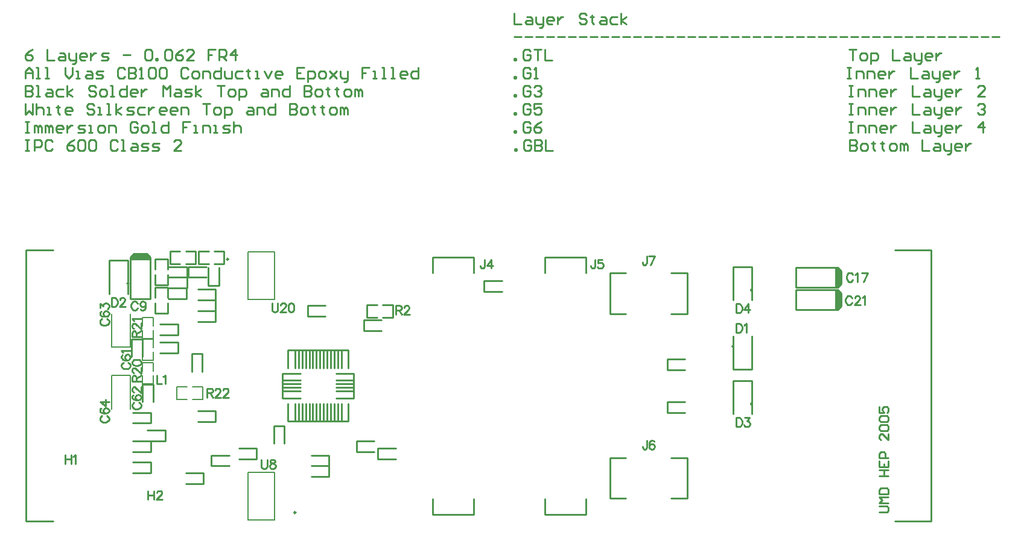
<source format=gto>
%FSLAX23Y23*%
%MOIN*%
G70*
G01*
G75*
G04 Layer_Color=65535*
%ADD10R,0.035X0.026*%
%ADD11R,0.026X0.035*%
%ADD12R,0.070X0.062*%
%ADD13R,0.069X0.138*%
%ADD14R,0.069X0.043*%
%ADD15R,0.069X0.043*%
%ADD16R,0.085X0.080*%
%ADD17R,0.080X0.085*%
%ADD18R,0.028X0.035*%
%ADD19R,0.071X0.063*%
%ADD20R,0.043X0.039*%
%ADD21R,0.029X0.115*%
%ADD22R,0.039X0.043*%
%ADD23R,0.115X0.029*%
%ADD24C,0.005*%
%ADD25C,0.008*%
%ADD26C,0.010*%
%ADD27C,0.012*%
%ADD28C,0.010*%
%ADD29C,0.018*%
%ADD30C,0.200*%
%ADD31C,0.050*%
%ADD32C,0.020*%
%ADD33R,0.071X0.071*%
%ADD34R,0.091X0.021*%
%ADD35C,0.014*%
%ADD36R,0.087X0.024*%
%ADD37R,0.087X0.024*%
%ADD38R,0.075X0.024*%
%ADD39R,0.091X0.021*%
%ADD40C,0.016*%
%ADD41C,0.006*%
%ADD42C,0.020*%
D25*
X-242Y-742D02*
Y-478D01*
X-388D02*
X-242D01*
X-388Y-742D02*
Y-478D01*
Y-742D02*
X-242D01*
X-970Y11D02*
Y58D01*
Y82D02*
Y129D01*
X-910Y11D02*
Y58D01*
Y82D02*
Y129D01*
X-970Y11D02*
X-910D01*
X-970Y129D02*
X-910D01*
X-1141Y213D02*
Y398D01*
X-1039Y213D02*
Y398D01*
X-1141Y213D02*
X-1039D01*
Y-128D02*
Y57D01*
X-1141Y-128D02*
Y57D01*
X-1039D01*
X-970Y141D02*
Y188D01*
Y212D02*
Y259D01*
X-910Y141D02*
Y188D01*
Y212D02*
Y259D01*
X-970Y141D02*
X-910D01*
X-970Y259D02*
X-910D01*
X-970Y261D02*
Y308D01*
Y332D02*
Y379D01*
X-910Y261D02*
Y308D01*
Y332D02*
Y379D01*
X-970Y261D02*
X-910D01*
X-970Y379D02*
X-910D01*
X-780Y-4D02*
X-724D01*
X-693D02*
X-638D01*
X-780Y-75D02*
X-724D01*
X-693D02*
X-638D01*
X-780D02*
Y-4D01*
X-638Y-75D02*
Y-4D01*
X-388Y742D02*
X-242D01*
Y478D02*
Y742D01*
X-388Y478D02*
X-242D01*
X-388D02*
Y742D01*
D26*
X-124Y-701D02*
G03*
X-124Y-701I-5J0D01*
G01*
X-496Y701D02*
G03*
X-496Y701I-5J0D01*
G01*
X2308Y344D02*
Y295D01*
Y344D02*
X2324D01*
X2332Y342D01*
X2336Y337D01*
X2339Y333D01*
X2341Y326D01*
Y314D01*
X2339Y307D01*
X2336Y302D01*
X2332Y298D01*
X2324Y295D01*
X2308D01*
X2352Y335D02*
X2357Y337D01*
X2364Y344D01*
Y295D01*
X2949Y485D02*
X2946Y490D01*
X2942Y495D01*
X2937Y497D01*
X2927D01*
X2923Y495D01*
X2918Y490D01*
X2916Y485D01*
X2913Y478D01*
Y467D01*
X2916Y460D01*
X2918Y455D01*
X2923Y450D01*
X2927Y448D01*
X2937D01*
X2942Y450D01*
X2946Y455D01*
X2949Y460D01*
X2965Y485D02*
Y488D01*
X2967Y492D01*
X2969Y495D01*
X2974Y497D01*
X2983D01*
X2988Y495D01*
X2990Y492D01*
X2993Y488D01*
Y483D01*
X2990Y478D01*
X2986Y471D01*
X2962Y448D01*
X2995D01*
X3006Y488D02*
X3011Y490D01*
X3018Y497D01*
Y448D01*
X-1029Y271D02*
X-979D01*
X-1029D02*
Y292D01*
X-1026Y299D01*
X-1024Y301D01*
X-1019Y303D01*
X-1014D01*
X-1010Y301D01*
X-1007Y299D01*
X-1005Y292D01*
Y271D01*
Y287D02*
X-979Y303D01*
X-1017Y317D02*
X-1019D01*
X-1024Y319D01*
X-1026Y322D01*
X-1029Y326D01*
Y336D01*
X-1026Y340D01*
X-1024Y343D01*
X-1019Y345D01*
X-1014D01*
X-1010Y343D01*
X-1003Y338D01*
X-979Y314D01*
Y347D01*
X-1019Y358D02*
X-1022Y363D01*
X-1029Y370D01*
X-979D01*
X-1029Y25D02*
X-979D01*
X-1029D02*
Y46D01*
X-1026Y53D01*
X-1024Y55D01*
X-1019Y57D01*
X-1014D01*
X-1010Y55D01*
X-1007Y53D01*
X-1005Y46D01*
Y25D01*
Y41D02*
X-979Y57D01*
X-1017Y71D02*
X-1019D01*
X-1024Y73D01*
X-1026Y75D01*
X-1029Y80D01*
Y90D01*
X-1026Y94D01*
X-1024Y97D01*
X-1019Y99D01*
X-1014D01*
X-1010Y97D01*
X-1003Y92D01*
X-979Y68D01*
Y101D01*
X-1029Y126D02*
X-1026Y119D01*
X-1019Y115D01*
X-1007Y112D01*
X-1000D01*
X-989Y115D01*
X-982Y119D01*
X-979Y126D01*
Y131D01*
X-982Y138D01*
X-989Y143D01*
X-1000Y145D01*
X-1007D01*
X-1019Y143D01*
X-1026Y138D01*
X-1029Y131D01*
Y126D01*
X-891Y59D02*
Y10D01*
X-863D01*
X-857Y50D02*
X-853Y52D01*
X-846Y59D01*
Y10D01*
X428Y443D02*
Y394D01*
Y443D02*
X449D01*
X456Y441D01*
X459Y438D01*
X461Y434D01*
Y429D01*
X459Y424D01*
X456Y422D01*
X449Y419D01*
X428D01*
X445D02*
X461Y394D01*
X474Y431D02*
Y434D01*
X477Y438D01*
X479Y441D01*
X484Y443D01*
X493D01*
X498Y441D01*
X500Y438D01*
X502Y434D01*
Y429D01*
X500Y424D01*
X495Y417D01*
X472Y394D01*
X505D01*
X2308Y453D02*
Y404D01*
Y453D02*
X2324D01*
X2332Y450D01*
X2336Y446D01*
X2339Y441D01*
X2341Y434D01*
Y422D01*
X2339Y415D01*
X2336Y411D01*
X2332Y406D01*
X2324Y404D01*
X2308D01*
X2375Y453D02*
X2352Y420D01*
X2387D01*
X2375Y453D02*
Y404D01*
X2308Y-177D02*
Y-226D01*
Y-177D02*
X2324D01*
X2332Y-180D01*
X2336Y-184D01*
X2339Y-189D01*
X2341Y-196D01*
Y-208D01*
X2339Y-215D01*
X2336Y-219D01*
X2332Y-224D01*
X2324Y-226D01*
X2308D01*
X2357Y-177D02*
X2382D01*
X2368Y-196D01*
X2375D01*
X2380Y-198D01*
X2382Y-201D01*
X2385Y-208D01*
Y-212D01*
X2382Y-219D01*
X2378Y-224D01*
X2371Y-226D01*
X2364D01*
X2357Y-224D01*
X2354Y-222D01*
X2352Y-217D01*
X-1142Y487D02*
Y438D01*
Y487D02*
X-1125D01*
X-1118Y485D01*
X-1114Y480D01*
X-1111Y475D01*
X-1109Y468D01*
Y457D01*
X-1111Y450D01*
X-1114Y445D01*
X-1118Y440D01*
X-1125Y438D01*
X-1142D01*
X-1096Y475D02*
Y478D01*
X-1093Y483D01*
X-1091Y485D01*
X-1086Y487D01*
X-1077D01*
X-1072Y485D01*
X-1070Y483D01*
X-1067Y478D01*
Y473D01*
X-1070Y468D01*
X-1074Y461D01*
X-1098Y438D01*
X-1065D01*
X-940Y-581D02*
Y-630D01*
X-907Y-581D02*
Y-630D01*
X-940Y-604D02*
X-907D01*
X-891Y-592D02*
Y-590D01*
X-889Y-585D01*
X-887Y-583D01*
X-882Y-581D01*
X-872D01*
X-868Y-583D01*
X-865Y-585D01*
X-863Y-590D01*
Y-595D01*
X-865Y-599D01*
X-870Y-606D01*
X-894Y-630D01*
X-861D01*
X1814Y718D02*
Y681D01*
X1812Y674D01*
X1810Y671D01*
X1805Y669D01*
X1800D01*
X1796Y671D01*
X1793Y674D01*
X1791Y681D01*
Y685D01*
X1860Y718D02*
X1836Y669D01*
X1827Y718D02*
X1860D01*
X1529Y699D02*
Y661D01*
X1527Y654D01*
X1525Y652D01*
X1520Y650D01*
X1515D01*
X1511Y652D01*
X1508Y654D01*
X1506Y661D01*
Y666D01*
X1570Y699D02*
X1547D01*
X1544Y678D01*
X1547Y680D01*
X1554Y682D01*
X1561D01*
X1568Y680D01*
X1572Y675D01*
X1575Y668D01*
Y664D01*
X1572Y657D01*
X1568Y652D01*
X1561Y650D01*
X1554D01*
X1547Y652D01*
X1544Y654D01*
X1542Y659D01*
X919Y699D02*
Y661D01*
X917Y654D01*
X914Y652D01*
X910Y650D01*
X905D01*
X900Y652D01*
X898Y654D01*
X896Y661D01*
Y666D01*
X955Y699D02*
X932Y666D01*
X967D01*
X955Y699D02*
Y650D01*
X2953Y613D02*
X2951Y618D01*
X2946Y623D01*
X2942Y625D01*
X2932D01*
X2928Y623D01*
X2923Y618D01*
X2921Y613D01*
X2918Y606D01*
Y595D01*
X2921Y588D01*
X2923Y583D01*
X2928Y578D01*
X2932Y576D01*
X2942D01*
X2946Y578D01*
X2951Y583D01*
X2953Y588D01*
X2967Y616D02*
X2972Y618D01*
X2979Y625D01*
Y576D01*
X3036Y625D02*
X3013Y576D01*
X3003Y625D02*
X3036D01*
X-315Y-408D02*
Y-444D01*
X-313Y-451D01*
X-308Y-455D01*
X-301Y-458D01*
X-296D01*
X-289Y-455D01*
X-285Y-451D01*
X-282Y-444D01*
Y-408D01*
X-257D02*
X-264Y-411D01*
X-266Y-416D01*
Y-420D01*
X-264Y-425D01*
X-259Y-427D01*
X-250Y-430D01*
X-243Y-432D01*
X-238Y-437D01*
X-236Y-441D01*
Y-448D01*
X-238Y-453D01*
X-240Y-455D01*
X-247Y-458D01*
X-257D01*
X-264Y-455D01*
X-266Y-453D01*
X-269Y-448D01*
Y-441D01*
X-266Y-437D01*
X-262Y-432D01*
X-255Y-430D01*
X-245Y-427D01*
X-240Y-425D01*
X-238Y-420D01*
Y-416D01*
X-240Y-411D01*
X-247Y-408D01*
X-257D01*
X1815Y-302D02*
Y-339D01*
X1813Y-346D01*
X1811Y-349D01*
X1806Y-351D01*
X1801D01*
X1797Y-349D01*
X1794Y-346D01*
X1792Y-339D01*
Y-335D01*
X1856Y-309D02*
X1854Y-304D01*
X1847Y-302D01*
X1842D01*
X1835Y-304D01*
X1830Y-311D01*
X1828Y-323D01*
Y-335D01*
X1830Y-344D01*
X1835Y-349D01*
X1842Y-351D01*
X1845D01*
X1852Y-349D01*
X1856Y-344D01*
X1859Y-337D01*
Y-335D01*
X1856Y-328D01*
X1852Y-323D01*
X1845Y-321D01*
X1842D01*
X1835Y-323D01*
X1830Y-328D01*
X1828Y-335D01*
X-1017Y-93D02*
X-1022Y-95D01*
X-1026Y-100D01*
X-1029Y-105D01*
Y-114D01*
X-1026Y-119D01*
X-1022Y-123D01*
X-1017Y-126D01*
X-1010Y-128D01*
X-998D01*
X-991Y-126D01*
X-986Y-123D01*
X-982Y-119D01*
X-979Y-114D01*
Y-105D01*
X-982Y-100D01*
X-986Y-95D01*
X-991Y-93D01*
X-1022Y-51D02*
X-1026Y-53D01*
X-1029Y-60D01*
Y-65D01*
X-1026Y-72D01*
X-1019Y-77D01*
X-1007Y-79D01*
X-996D01*
X-986Y-77D01*
X-982Y-72D01*
X-979Y-65D01*
Y-63D01*
X-982Y-56D01*
X-986Y-51D01*
X-993Y-49D01*
X-996D01*
X-1003Y-51D01*
X-1007Y-56D01*
X-1010Y-63D01*
Y-65D01*
X-1007Y-72D01*
X-1003Y-77D01*
X-996Y-79D01*
X-1017Y-35D02*
X-1019D01*
X-1024Y-33D01*
X-1026Y-31D01*
X-1029Y-26D01*
Y-17D01*
X-1026Y-12D01*
X-1024Y-10D01*
X-1019Y-7D01*
X-1014D01*
X-1010Y-10D01*
X-1003Y-14D01*
X-979Y-38D01*
Y-5D01*
X-1076Y129D02*
X-1081Y126D01*
X-1085Y122D01*
X-1088Y117D01*
Y108D01*
X-1085Y103D01*
X-1081Y98D01*
X-1076Y96D01*
X-1069Y94D01*
X-1057D01*
X-1050Y96D01*
X-1045Y98D01*
X-1041Y103D01*
X-1038Y108D01*
Y117D01*
X-1041Y122D01*
X-1045Y126D01*
X-1050Y129D01*
X-1081Y171D02*
X-1085Y168D01*
X-1088Y161D01*
Y157D01*
X-1085Y150D01*
X-1078Y145D01*
X-1067Y142D01*
X-1055D01*
X-1045Y145D01*
X-1041Y150D01*
X-1038Y157D01*
Y159D01*
X-1041Y166D01*
X-1045Y171D01*
X-1052Y173D01*
X-1055D01*
X-1062Y171D01*
X-1067Y166D01*
X-1069Y159D01*
Y157D01*
X-1067Y150D01*
X-1062Y145D01*
X-1055Y142D01*
X-1078Y184D02*
X-1081Y188D01*
X-1088Y195D01*
X-1038D01*
X-1194Y370D02*
X-1199Y367D01*
X-1203Y363D01*
X-1206Y358D01*
Y349D01*
X-1203Y344D01*
X-1199Y339D01*
X-1194Y337D01*
X-1187Y335D01*
X-1175D01*
X-1168Y337D01*
X-1164Y339D01*
X-1159Y344D01*
X-1156Y349D01*
Y358D01*
X-1159Y363D01*
X-1164Y367D01*
X-1168Y370D01*
X-1199Y412D02*
X-1203Y409D01*
X-1206Y402D01*
Y398D01*
X-1203Y391D01*
X-1196Y386D01*
X-1185Y384D01*
X-1173D01*
X-1164Y386D01*
X-1159Y391D01*
X-1156Y398D01*
Y400D01*
X-1159Y407D01*
X-1164Y412D01*
X-1171Y414D01*
X-1173D01*
X-1180Y412D01*
X-1185Y407D01*
X-1187Y400D01*
Y398D01*
X-1185Y391D01*
X-1180Y386D01*
X-1173Y384D01*
X-1206Y430D02*
Y455D01*
X-1187Y441D01*
Y448D01*
X-1185Y453D01*
X-1182Y455D01*
X-1175Y458D01*
X-1171D01*
X-1164Y455D01*
X-1159Y451D01*
X-1156Y444D01*
Y437D01*
X-1159Y430D01*
X-1161Y427D01*
X-1166Y425D01*
X-1194Y-167D02*
X-1199Y-169D01*
X-1203Y-174D01*
X-1206Y-178D01*
Y-188D01*
X-1203Y-192D01*
X-1199Y-197D01*
X-1194Y-199D01*
X-1187Y-202D01*
X-1175D01*
X-1168Y-199D01*
X-1164Y-197D01*
X-1159Y-192D01*
X-1156Y-188D01*
Y-178D01*
X-1159Y-174D01*
X-1164Y-169D01*
X-1168Y-167D01*
X-1199Y-125D02*
X-1203Y-127D01*
X-1206Y-134D01*
Y-139D01*
X-1203Y-146D01*
X-1196Y-150D01*
X-1185Y-153D01*
X-1173D01*
X-1164Y-150D01*
X-1159Y-146D01*
X-1156Y-139D01*
Y-136D01*
X-1159Y-129D01*
X-1164Y-125D01*
X-1171Y-122D01*
X-1173D01*
X-1180Y-125D01*
X-1185Y-129D01*
X-1187Y-136D01*
Y-139D01*
X-1185Y-146D01*
X-1180Y-150D01*
X-1173Y-153D01*
X-1206Y-88D02*
X-1173Y-112D01*
Y-76D01*
X-1206Y-88D02*
X-1156D01*
X-615Y-15D02*
Y-64D01*
Y-15D02*
X-594D01*
X-587Y-17D01*
X-585Y-19D01*
X-582Y-24D01*
Y-29D01*
X-585Y-34D01*
X-587Y-36D01*
X-594Y-38D01*
X-615D01*
X-599D02*
X-582Y-64D01*
X-569Y-26D02*
Y-24D01*
X-567Y-19D01*
X-564Y-17D01*
X-560Y-15D01*
X-550D01*
X-546Y-17D01*
X-543Y-19D01*
X-541Y-24D01*
Y-29D01*
X-543Y-34D01*
X-548Y-41D01*
X-571Y-64D01*
X-539D01*
X-525Y-26D02*
Y-24D01*
X-523Y-19D01*
X-521Y-17D01*
X-516Y-15D01*
X-506D01*
X-502Y-17D01*
X-499Y-19D01*
X-497Y-24D01*
Y-29D01*
X-499Y-34D01*
X-504Y-41D01*
X-528Y-64D01*
X-495D01*
X-1399Y-383D02*
Y-432D01*
X-1366Y-383D02*
Y-432D01*
X-1399Y-406D02*
X-1366D01*
X-1353Y-392D02*
X-1348Y-390D01*
X-1341Y-383D01*
Y-432D01*
X-998Y456D02*
X-1001Y460D01*
X-1005Y465D01*
X-1010Y468D01*
X-1019D01*
X-1024Y465D01*
X-1029Y460D01*
X-1031Y456D01*
X-1033Y449D01*
Y437D01*
X-1031Y430D01*
X-1029Y425D01*
X-1024Y421D01*
X-1019Y418D01*
X-1010D01*
X-1005Y421D01*
X-1001Y425D01*
X-998Y430D01*
X-954Y451D02*
X-956Y444D01*
X-961Y439D01*
X-968Y437D01*
X-970D01*
X-977Y439D01*
X-982Y444D01*
X-984Y451D01*
Y453D01*
X-982Y460D01*
X-977Y465D01*
X-970Y468D01*
X-968D01*
X-961Y465D01*
X-956Y460D01*
X-954Y451D01*
Y439D01*
X-956Y428D01*
X-961Y421D01*
X-968Y418D01*
X-973D01*
X-980Y421D01*
X-982Y425D01*
X-256Y458D02*
Y423D01*
X-254Y415D01*
X-249Y411D01*
X-242Y408D01*
X-237D01*
X-230Y411D01*
X-225Y415D01*
X-223Y423D01*
Y458D01*
X-207Y446D02*
Y448D01*
X-205Y453D01*
X-202Y455D01*
X-198Y458D01*
X-188D01*
X-184Y455D01*
X-181Y453D01*
X-179Y448D01*
Y444D01*
X-181Y439D01*
X-186Y432D01*
X-210Y408D01*
X-177D01*
X-152Y458D02*
X-159Y455D01*
X-163Y448D01*
X-166Y437D01*
Y430D01*
X-163Y418D01*
X-159Y411D01*
X-152Y408D01*
X-147D01*
X-140Y411D01*
X-135Y418D01*
X-133Y430D01*
Y437D01*
X-135Y448D01*
X-140Y455D01*
X-147Y458D01*
X-152D01*
D28*
X2296Y218D02*
G03*
X2296Y218I-5J0D01*
G01*
X-1046Y566D02*
G03*
X-1046Y566I-5J0D01*
G01*
X2399Y530D02*
G03*
X2399Y530I-5J0D01*
G01*
X2399Y-100D02*
G03*
X2399Y-100I-5J0D01*
G01*
X-724Y600D02*
Y659D01*
X-823D02*
X-724D01*
X-823Y600D02*
X-724D01*
X-717Y659D02*
X-618D01*
X-717Y600D02*
X-618D01*
X-717D02*
Y659D01*
X-567Y415D02*
Y474D01*
X-665D02*
X-567D01*
X-665Y415D02*
X-567D01*
X-970Y161D02*
Y259D01*
X-1030Y161D02*
Y259D01*
X-970D01*
X-970Y9D02*
X-910D01*
X-970Y-89D02*
Y9D01*
X-910Y-89D02*
Y9D01*
X98Y-30D02*
X197D01*
X98Y30D02*
X197D01*
Y-30D02*
Y30D01*
X30Y197D02*
X89D01*
X30Y98D02*
Y197D01*
X89Y98D02*
Y197D01*
X-39Y-443D02*
X59D01*
X-39Y-384D02*
X59D01*
Y-443D02*
Y-384D01*
X-340Y-404D02*
Y-344D01*
X-438D02*
X-340D01*
X-438Y-404D02*
X-340D01*
X-49Y-197D02*
Y-98D01*
X10Y-197D02*
Y-98D01*
X-49Y-197D02*
X10D01*
X-128Y197D02*
X-69D01*
X-128Y98D02*
Y197D01*
X-69Y98D02*
Y197D01*
X-197Y69D02*
X-98D01*
X-197Y10D02*
X-98D01*
X-197D02*
Y69D01*
X-10Y-197D02*
X49D01*
Y-98D01*
X-10Y-197D02*
Y-98D01*
X98Y10D02*
X197D01*
X98Y69D02*
X197D01*
Y10D02*
Y69D01*
X-10Y197D02*
X49D01*
X-10Y98D02*
Y197D01*
X49Y98D02*
Y197D01*
X10Y98D02*
Y197D01*
X-49Y98D02*
Y197D01*
X10D01*
X-59Y384D02*
Y443D01*
Y384D02*
X39D01*
X-59Y443D02*
X39D01*
X-197Y30D02*
X-98D01*
X-197Y-30D02*
X-98D01*
X-197D02*
Y30D01*
X69Y-197D02*
X128D01*
Y-98D01*
X69Y-197D02*
Y-98D01*
X-197Y-10D02*
X-98D01*
X-197Y-69D02*
X-98D01*
X-197D02*
Y-10D01*
X30Y-197D02*
X89D01*
Y-98D01*
X30Y-197D02*
Y-98D01*
X128Y98D02*
Y197D01*
X69Y98D02*
Y197D01*
X128D01*
X-89Y-197D02*
X-30D01*
Y-98D01*
X-89Y-197D02*
Y-98D01*
X-30Y98D02*
Y197D01*
X-89Y98D02*
Y197D01*
X-30D01*
X197Y-69D02*
Y-10D01*
X98D02*
X197D01*
X98Y-69D02*
X197D01*
X329Y-344D02*
X428D01*
X329Y-404D02*
X428D01*
X329D02*
Y-344D01*
X-128Y-197D02*
X-69D01*
Y-98D01*
X-128Y-197D02*
Y-98D01*
X1929Y148D02*
X2027D01*
X1929Y89D02*
X2027D01*
X1929D02*
Y148D01*
Y-148D02*
Y-89D01*
Y-148D02*
X2027D01*
X1929Y-89D02*
X2027D01*
X916Y580D02*
X1014D01*
X916Y520D02*
X1014D01*
X916D02*
Y580D01*
X-246Y-222D02*
X-187D01*
X-246Y-320D02*
Y-222D01*
X-187Y-320D02*
Y-222D01*
X108Y-197D02*
Y-98D01*
X167Y-197D02*
Y-98D01*
X108Y-197D02*
X167D01*
X59Y-502D02*
Y-443D01*
X-39D02*
X59D01*
X-39Y-502D02*
X59D01*
X211Y-305D02*
X310D01*
X211Y-364D02*
X310D01*
X211D02*
Y-305D01*
X-167Y-197D02*
X-108D01*
Y-98D01*
X-167Y-197D02*
Y-98D01*
X167Y98D02*
Y197D01*
X108Y98D02*
Y197D01*
X167D01*
X-167D02*
X-108D01*
X-167Y98D02*
Y197D01*
X-108Y98D02*
Y197D01*
X-874Y180D02*
X-775D01*
X-874Y240D02*
X-775D01*
Y180D02*
Y240D01*
Y280D02*
Y340D01*
X-874D02*
X-775D01*
X-874Y280D02*
X-775D01*
X-823Y541D02*
X-724D01*
X-823Y600D02*
X-724D01*
Y541D02*
Y600D01*
X-567Y474D02*
Y533D01*
X-665D02*
X-567D01*
X-665Y474D02*
X-567D01*
X-827Y482D02*
X-728D01*
X-827Y541D02*
X-728D01*
Y482D02*
Y541D01*
X-608Y555D02*
X-549D01*
Y654D01*
X-608Y555D02*
Y654D01*
X-732Y-541D02*
X-634D01*
X-732Y-482D02*
X-634D01*
Y-541D02*
Y-482D01*
X-567Y-199D02*
Y-140D01*
X-665D02*
X-567D01*
X-665Y-199D02*
X-567D01*
X-1024Y-207D02*
X-925D01*
X-1024Y-148D02*
X-925D01*
Y-207D02*
Y-148D01*
Y-482D02*
Y-423D01*
X-1024D02*
X-925D01*
X-1024Y-482D02*
X-925D01*
X-945Y-305D02*
X-846D01*
X-945Y-246D02*
X-846D01*
Y-305D02*
Y-246D01*
X-699Y177D02*
X-640D01*
X-699Y79D02*
Y177D01*
X-640Y79D02*
Y177D01*
X-665Y356D02*
X-567D01*
X-665Y415D02*
X-567D01*
Y356D02*
Y415D01*
X-925Y-364D02*
Y-305D01*
X-1024D02*
X-925D01*
X-1024Y-364D02*
X-925D01*
X-591Y-384D02*
X-492D01*
X-591Y-443D02*
X-492D01*
X-591D02*
Y-384D01*
X251Y305D02*
Y364D01*
Y305D02*
X349D01*
X251Y364D02*
X349D01*
X2291Y90D02*
X2394D01*
Y275D01*
X2291Y90D02*
Y275D01*
X-1029Y721D02*
X-939D01*
X-1039Y711D02*
X-1019Y731D01*
X-949D01*
X-929Y711D01*
X-1039Y481D02*
X-929D01*
Y711D01*
X-1039D02*
X-929D01*
X-1039Y481D02*
Y711D01*
Y701D02*
X-929D01*
X2860Y420D02*
Y530D01*
X2640D02*
X2870D01*
Y420D02*
Y530D01*
X2640Y420D02*
X2870D01*
X2640D02*
Y530D01*
X2870Y420D02*
X2890Y440D01*
Y510D01*
X2870Y530D02*
X2890Y510D01*
X2880Y430D02*
Y520D01*
X2860Y545D02*
Y655D01*
X2640D02*
X2870D01*
Y545D02*
Y655D01*
X2640Y545D02*
X2870D01*
X2640D02*
Y655D01*
X2870Y545D02*
X2890Y565D01*
Y635D01*
X2870Y655D02*
X2890Y635D01*
X2880Y555D02*
Y645D01*
X-732Y673D02*
X-677D01*
X-819D02*
X-764D01*
X-732Y744D02*
X-677D01*
X-819D02*
X-764D01*
X-677Y673D02*
Y744D01*
X-819Y673D02*
Y744D01*
X-520Y673D02*
Y744D01*
X-661Y673D02*
Y744D01*
X-575Y673D02*
X-520D01*
X-661D02*
X-606D01*
X-575Y744D02*
X-520D01*
X-661D02*
X-606D01*
X1950Y-398D02*
X2038D01*
Y-623D02*
Y-398D01*
X1950Y-623D02*
X2038D01*
X1613Y-398D02*
X1700D01*
X1613Y-623D02*
Y-398D01*
Y-623D02*
X1700D01*
X-1051Y508D02*
Y693D01*
X-1154Y508D02*
Y693D01*
X-1051D01*
X2394Y473D02*
Y658D01*
X2291Y473D02*
Y658D01*
X2394D01*
X2394Y-157D02*
Y28D01*
X2291Y-157D02*
Y28D01*
X2394D01*
X-902Y402D02*
X-831D01*
X-902Y543D02*
X-831D01*
X-902Y402D02*
Y457D01*
Y488D02*
Y543D01*
X-831Y402D02*
Y457D01*
Y488D02*
Y543D01*
X-902Y701D02*
X-831D01*
X-902Y559D02*
X-831D01*
Y646D02*
Y701D01*
Y559D02*
Y614D01*
X-902Y646D02*
Y701D01*
Y559D02*
Y614D01*
X858Y-712D02*
Y-625D01*
X633Y-712D02*
X858D01*
X633D02*
Y-625D01*
X858Y625D02*
Y712D01*
X633D02*
X858D01*
X633Y625D02*
Y712D01*
X1253Y625D02*
Y712D01*
X1478D01*
Y625D02*
Y712D01*
X1253Y-712D02*
Y-625D01*
Y-712D02*
X1478D01*
Y-625D01*
X1613Y398D02*
X1700D01*
X1613D02*
Y623D01*
X1700D01*
X1950Y398D02*
X2038D01*
Y623D01*
X1950D02*
X2038D01*
X270Y378D02*
Y449D01*
X411Y378D02*
Y449D01*
X270D02*
X325D01*
X356D02*
X411D01*
X270Y378D02*
X325D01*
X356D02*
X411D01*
X3100Y-700D02*
X3142D01*
X3150Y-692D01*
Y-675D01*
X3142Y-667D01*
X3100D01*
X3150Y-650D02*
X3100D01*
X3117Y-633D01*
X3100Y-617D01*
X3150D01*
X3100Y-600D02*
X3150D01*
Y-575D01*
X3142Y-567D01*
X3108D01*
X3100Y-575D01*
Y-600D01*
Y-500D02*
X3150D01*
X3125D01*
Y-467D01*
X3100D01*
X3150D01*
X3100Y-417D02*
Y-450D01*
X3150D01*
Y-417D01*
X3125Y-450D02*
Y-433D01*
X3150Y-400D02*
X3100D01*
Y-375D01*
X3108Y-367D01*
X3125D01*
X3133Y-375D01*
Y-400D01*
X3150Y-267D02*
Y-300D01*
X3117Y-267D01*
X3108D01*
X3100Y-275D01*
Y-292D01*
X3108Y-300D01*
Y-250D02*
X3100Y-242D01*
Y-225D01*
X3108Y-217D01*
X3142D01*
X3150Y-225D01*
Y-242D01*
X3142Y-250D01*
X3108D01*
Y-200D02*
X3100Y-192D01*
Y-175D01*
X3108Y-167D01*
X3142D01*
X3150Y-175D01*
Y-192D01*
X3142Y-200D01*
X3108D01*
X3100Y-117D02*
Y-150D01*
X3125D01*
X3117Y-133D01*
Y-125D01*
X3125Y-117D01*
X3142D01*
X3150Y-125D01*
Y-142D01*
X3142Y-150D01*
X3185Y750D02*
X3385D01*
X3185Y-750D02*
X3385D01*
X-1615D02*
X-1465D01*
X-1615Y750D02*
X-1466D01*
X-1615Y-750D02*
Y750D01*
X3385Y-750D02*
Y750D01*
X-1618Y1460D02*
X-1598D01*
X-1608D01*
Y1400D01*
X-1618D01*
X-1598D01*
X-1568D02*
Y1440D01*
X-1558D01*
X-1548Y1430D01*
Y1400D01*
Y1430D01*
X-1538Y1440D01*
X-1528Y1430D01*
Y1400D01*
X-1508D02*
Y1440D01*
X-1498D01*
X-1488Y1430D01*
Y1400D01*
Y1430D01*
X-1478Y1440D01*
X-1468Y1430D01*
Y1400D01*
X-1418D02*
X-1438D01*
X-1448Y1410D01*
Y1430D01*
X-1438Y1440D01*
X-1418D01*
X-1408Y1430D01*
Y1420D01*
X-1448D01*
X-1388Y1440D02*
Y1400D01*
Y1420D01*
X-1378Y1430D01*
X-1368Y1440D01*
X-1358D01*
X-1328Y1400D02*
X-1298D01*
X-1288Y1410D01*
X-1298Y1420D01*
X-1318D01*
X-1328Y1430D01*
X-1318Y1440D01*
X-1288D01*
X-1268Y1400D02*
X-1248D01*
X-1258D01*
Y1440D01*
X-1268D01*
X-1208Y1400D02*
X-1188D01*
X-1178Y1410D01*
Y1430D01*
X-1188Y1440D01*
X-1208D01*
X-1218Y1430D01*
Y1410D01*
X-1208Y1400D01*
X-1158D02*
Y1440D01*
X-1128D01*
X-1118Y1430D01*
Y1400D01*
X-998Y1450D02*
X-1008Y1460D01*
X-1028D01*
X-1038Y1450D01*
Y1410D01*
X-1028Y1400D01*
X-1008D01*
X-998Y1410D01*
Y1430D01*
X-1018D01*
X-968Y1400D02*
X-948D01*
X-938Y1410D01*
Y1430D01*
X-948Y1440D01*
X-968D01*
X-978Y1430D01*
Y1410D01*
X-968Y1400D01*
X-918D02*
X-898D01*
X-908D01*
Y1460D01*
X-918D01*
X-828D02*
Y1400D01*
X-858D01*
X-868Y1410D01*
Y1430D01*
X-858Y1440D01*
X-828D01*
X-708Y1460D02*
X-748D01*
Y1430D01*
X-728D01*
X-748D01*
Y1400D01*
X-688D02*
X-668D01*
X-678D01*
Y1440D01*
X-688D01*
X-638Y1400D02*
Y1440D01*
X-608D01*
X-598Y1430D01*
Y1400D01*
X-578D02*
X-558D01*
X-568D01*
Y1440D01*
X-578D01*
X-528Y1400D02*
X-498D01*
X-488Y1410D01*
X-498Y1420D01*
X-518D01*
X-528Y1430D01*
X-518Y1440D01*
X-488D01*
X-468Y1460D02*
Y1400D01*
Y1430D01*
X-458Y1440D01*
X-438D01*
X-428Y1430D01*
Y1400D01*
X-1618Y1560D02*
Y1500D01*
X-1598Y1520D01*
X-1578Y1500D01*
Y1560D01*
X-1558D02*
Y1500D01*
Y1530D01*
X-1548Y1540D01*
X-1528D01*
X-1518Y1530D01*
Y1500D01*
X-1498D02*
X-1478D01*
X-1488D01*
Y1540D01*
X-1498D01*
X-1438Y1550D02*
Y1540D01*
X-1448D01*
X-1428D01*
X-1438D01*
Y1510D01*
X-1428Y1500D01*
X-1368D02*
X-1388D01*
X-1398Y1510D01*
Y1530D01*
X-1388Y1540D01*
X-1368D01*
X-1358Y1530D01*
Y1520D01*
X-1398D01*
X-1238Y1550D02*
X-1248Y1560D01*
X-1268D01*
X-1278Y1550D01*
Y1540D01*
X-1268Y1530D01*
X-1248D01*
X-1238Y1520D01*
Y1510D01*
X-1248Y1500D01*
X-1268D01*
X-1278Y1510D01*
X-1218Y1500D02*
X-1198D01*
X-1208D01*
Y1540D01*
X-1218D01*
X-1168Y1500D02*
X-1148D01*
X-1158D01*
Y1560D01*
X-1168D01*
X-1118Y1500D02*
Y1560D01*
Y1520D02*
X-1088Y1540D01*
X-1118Y1520D02*
X-1088Y1500D01*
X-1058D02*
X-1028D01*
X-1018Y1510D01*
X-1028Y1520D01*
X-1048D01*
X-1058Y1530D01*
X-1048Y1540D01*
X-1018D01*
X-958D02*
X-988D01*
X-998Y1530D01*
Y1510D01*
X-988Y1500D01*
X-958D01*
X-938Y1540D02*
Y1500D01*
Y1520D01*
X-928Y1530D01*
X-918Y1540D01*
X-908D01*
X-848Y1500D02*
X-868D01*
X-878Y1510D01*
Y1530D01*
X-868Y1540D01*
X-848D01*
X-838Y1530D01*
Y1520D01*
X-878D01*
X-788Y1500D02*
X-808D01*
X-818Y1510D01*
Y1530D01*
X-808Y1540D01*
X-788D01*
X-778Y1530D01*
Y1520D01*
X-818D01*
X-758Y1500D02*
Y1540D01*
X-728D01*
X-718Y1530D01*
Y1500D01*
X-638Y1560D02*
X-598D01*
X-618D01*
Y1500D01*
X-568D02*
X-548D01*
X-538Y1510D01*
Y1530D01*
X-548Y1540D01*
X-568D01*
X-578Y1530D01*
Y1510D01*
X-568Y1500D01*
X-518Y1480D02*
Y1540D01*
X-488D01*
X-478Y1530D01*
Y1510D01*
X-488Y1500D01*
X-518D01*
X-389Y1540D02*
X-369D01*
X-359Y1530D01*
Y1500D01*
X-389D01*
X-399Y1510D01*
X-389Y1520D01*
X-359D01*
X-339Y1500D02*
Y1540D01*
X-309D01*
X-299Y1530D01*
Y1500D01*
X-239Y1560D02*
Y1500D01*
X-269D01*
X-279Y1510D01*
Y1530D01*
X-269Y1540D01*
X-239D01*
X-159Y1560D02*
Y1500D01*
X-129D01*
X-119Y1510D01*
Y1520D01*
X-129Y1530D01*
X-159D01*
X-129D01*
X-119Y1540D01*
Y1550D01*
X-129Y1560D01*
X-159D01*
X-89Y1500D02*
X-69D01*
X-59Y1510D01*
Y1530D01*
X-69Y1540D01*
X-89D01*
X-99Y1530D01*
Y1510D01*
X-89Y1500D01*
X-29Y1550D02*
Y1540D01*
X-39D01*
X-19D01*
X-29D01*
Y1510D01*
X-19Y1500D01*
X21Y1550D02*
Y1540D01*
X11D01*
X31D01*
X21D01*
Y1510D01*
X31Y1500D01*
X71D02*
X91D01*
X101Y1510D01*
Y1530D01*
X91Y1540D01*
X71D01*
X61Y1530D01*
Y1510D01*
X71Y1500D01*
X121D02*
Y1540D01*
X131D01*
X141Y1530D01*
Y1500D01*
Y1530D01*
X151Y1540D01*
X161Y1530D01*
Y1500D01*
X-1618Y1660D02*
Y1600D01*
X-1588D01*
X-1578Y1610D01*
Y1620D01*
X-1588Y1630D01*
X-1618D01*
X-1588D01*
X-1578Y1640D01*
Y1650D01*
X-1588Y1660D01*
X-1618D01*
X-1558Y1600D02*
X-1538D01*
X-1548D01*
Y1660D01*
X-1558D01*
X-1498Y1640D02*
X-1478D01*
X-1468Y1630D01*
Y1600D01*
X-1498D01*
X-1508Y1610D01*
X-1498Y1620D01*
X-1468D01*
X-1408Y1640D02*
X-1438D01*
X-1448Y1630D01*
Y1610D01*
X-1438Y1600D01*
X-1408D01*
X-1388D02*
Y1660D01*
Y1620D02*
X-1358Y1640D01*
X-1388Y1620D02*
X-1358Y1600D01*
X-1228Y1650D02*
X-1238Y1660D01*
X-1258D01*
X-1268Y1650D01*
Y1640D01*
X-1258Y1630D01*
X-1238D01*
X-1228Y1620D01*
Y1610D01*
X-1238Y1600D01*
X-1258D01*
X-1268Y1610D01*
X-1198Y1600D02*
X-1178D01*
X-1168Y1610D01*
Y1630D01*
X-1178Y1640D01*
X-1198D01*
X-1208Y1630D01*
Y1610D01*
X-1198Y1600D01*
X-1148D02*
X-1128D01*
X-1138D01*
Y1660D01*
X-1148D01*
X-1058D02*
Y1600D01*
X-1088D01*
X-1098Y1610D01*
Y1630D01*
X-1088Y1640D01*
X-1058D01*
X-1008Y1600D02*
X-1028D01*
X-1038Y1610D01*
Y1630D01*
X-1028Y1640D01*
X-1008D01*
X-998Y1630D01*
Y1620D01*
X-1038D01*
X-978Y1640D02*
Y1600D01*
Y1620D01*
X-968Y1630D01*
X-958Y1640D01*
X-948D01*
X-858Y1600D02*
Y1660D01*
X-838Y1640D01*
X-818Y1660D01*
Y1600D01*
X-788Y1640D02*
X-768D01*
X-758Y1630D01*
Y1600D01*
X-788D01*
X-798Y1610D01*
X-788Y1620D01*
X-758D01*
X-738Y1600D02*
X-708D01*
X-698Y1610D01*
X-708Y1620D01*
X-728D01*
X-738Y1630D01*
X-728Y1640D01*
X-698D01*
X-678Y1600D02*
Y1660D01*
Y1620D02*
X-648Y1640D01*
X-678Y1620D02*
X-648Y1600D01*
X-558Y1660D02*
X-518D01*
X-538D01*
Y1600D01*
X-488D02*
X-468D01*
X-458Y1610D01*
Y1630D01*
X-468Y1640D01*
X-488D01*
X-498Y1630D01*
Y1610D01*
X-488Y1600D01*
X-438Y1580D02*
Y1640D01*
X-409D01*
X-399Y1630D01*
Y1610D01*
X-409Y1600D01*
X-438D01*
X-309Y1640D02*
X-289D01*
X-279Y1630D01*
Y1600D01*
X-309D01*
X-319Y1610D01*
X-309Y1620D01*
X-279D01*
X-259Y1600D02*
Y1640D01*
X-229D01*
X-219Y1630D01*
Y1600D01*
X-159Y1660D02*
Y1600D01*
X-189D01*
X-199Y1610D01*
Y1630D01*
X-189Y1640D01*
X-159D01*
X-79Y1660D02*
Y1600D01*
X-49D01*
X-39Y1610D01*
Y1620D01*
X-49Y1630D01*
X-79D01*
X-49D01*
X-39Y1640D01*
Y1650D01*
X-49Y1660D01*
X-79D01*
X-9Y1600D02*
X11D01*
X21Y1610D01*
Y1630D01*
X11Y1640D01*
X-9D01*
X-19Y1630D01*
Y1610D01*
X-9Y1600D01*
X51Y1650D02*
Y1640D01*
X41D01*
X61D01*
X51D01*
Y1610D01*
X61Y1600D01*
X101Y1650D02*
Y1640D01*
X91D01*
X111D01*
X101D01*
Y1610D01*
X111Y1600D01*
X151D02*
X171D01*
X181Y1610D01*
Y1630D01*
X171Y1640D01*
X151D01*
X141Y1630D01*
Y1610D01*
X151Y1600D01*
X201D02*
Y1640D01*
X211D01*
X221Y1630D01*
Y1600D01*
Y1630D01*
X231Y1640D01*
X241Y1630D01*
Y1600D01*
X-1618Y1700D02*
Y1740D01*
X-1598Y1760D01*
X-1578Y1740D01*
Y1700D01*
Y1730D01*
X-1618D01*
X-1558Y1700D02*
X-1538D01*
X-1548D01*
Y1760D01*
X-1558D01*
X-1508Y1700D02*
X-1488D01*
X-1498D01*
Y1760D01*
X-1508D01*
X-1398D02*
Y1720D01*
X-1378Y1700D01*
X-1358Y1720D01*
Y1760D01*
X-1338Y1700D02*
X-1318D01*
X-1328D01*
Y1740D01*
X-1338D01*
X-1278D02*
X-1258D01*
X-1248Y1730D01*
Y1700D01*
X-1278D01*
X-1288Y1710D01*
X-1278Y1720D01*
X-1248D01*
X-1228Y1700D02*
X-1198D01*
X-1188Y1710D01*
X-1198Y1720D01*
X-1218D01*
X-1228Y1730D01*
X-1218Y1740D01*
X-1188D01*
X-1068Y1750D02*
X-1078Y1760D01*
X-1098D01*
X-1108Y1750D01*
Y1710D01*
X-1098Y1700D01*
X-1078D01*
X-1068Y1710D01*
X-1048Y1760D02*
Y1700D01*
X-1018D01*
X-1008Y1710D01*
Y1720D01*
X-1018Y1730D01*
X-1048D01*
X-1018D01*
X-1008Y1740D01*
Y1750D01*
X-1018Y1760D01*
X-1048D01*
X-988Y1700D02*
X-968D01*
X-978D01*
Y1760D01*
X-988Y1750D01*
X-938D02*
X-928Y1760D01*
X-908D01*
X-898Y1750D01*
Y1710D01*
X-908Y1700D01*
X-928D01*
X-938Y1710D01*
Y1750D01*
X-878D02*
X-868Y1760D01*
X-848D01*
X-838Y1750D01*
Y1710D01*
X-848Y1700D01*
X-868D01*
X-878Y1710D01*
Y1750D01*
X-718D02*
X-728Y1760D01*
X-748D01*
X-758Y1750D01*
Y1710D01*
X-748Y1700D01*
X-728D01*
X-718Y1710D01*
X-688Y1700D02*
X-668D01*
X-658Y1710D01*
Y1730D01*
X-668Y1740D01*
X-688D01*
X-698Y1730D01*
Y1710D01*
X-688Y1700D01*
X-638D02*
Y1740D01*
X-608D01*
X-598Y1730D01*
Y1700D01*
X-538Y1760D02*
Y1700D01*
X-568D01*
X-578Y1710D01*
Y1730D01*
X-568Y1740D01*
X-538D01*
X-518D02*
Y1710D01*
X-508Y1700D01*
X-478D01*
Y1740D01*
X-418D02*
X-448D01*
X-458Y1730D01*
Y1710D01*
X-448Y1700D01*
X-418D01*
X-389Y1750D02*
Y1740D01*
X-399D01*
X-379D01*
X-389D01*
Y1710D01*
X-379Y1700D01*
X-349D02*
X-329D01*
X-339D01*
Y1740D01*
X-349D01*
X-299D02*
X-279Y1700D01*
X-259Y1740D01*
X-209Y1700D02*
X-229D01*
X-239Y1710D01*
Y1730D01*
X-229Y1740D01*
X-209D01*
X-199Y1730D01*
Y1720D01*
X-239D01*
X-79Y1760D02*
X-119D01*
Y1700D01*
X-79D01*
X-119Y1730D02*
X-99D01*
X-59Y1680D02*
Y1740D01*
X-29D01*
X-19Y1730D01*
Y1710D01*
X-29Y1700D01*
X-59D01*
X11D02*
X31D01*
X41Y1710D01*
Y1730D01*
X31Y1740D01*
X11D01*
X1Y1730D01*
Y1710D01*
X11Y1700D01*
X61Y1740D02*
X101Y1700D01*
X81Y1720D01*
X101Y1740D01*
X61Y1700D01*
X121Y1740D02*
Y1710D01*
X131Y1700D01*
X161D01*
Y1690D01*
X151Y1680D01*
X141D01*
X161Y1700D02*
Y1740D01*
X281Y1760D02*
X241D01*
Y1730D01*
X261D01*
X241D01*
Y1700D01*
X301D02*
X321D01*
X311D01*
Y1740D01*
X301D01*
X351Y1700D02*
X371D01*
X361D01*
Y1760D01*
X351D01*
X401Y1700D02*
X421D01*
X411D01*
Y1760D01*
X401D01*
X481Y1700D02*
X461D01*
X451Y1710D01*
Y1730D01*
X461Y1740D01*
X481D01*
X491Y1730D01*
Y1720D01*
X451D01*
X551Y1760D02*
Y1700D01*
X521D01*
X511Y1710D01*
Y1730D01*
X521Y1740D01*
X551D01*
X-1578Y1860D02*
X-1598Y1850D01*
X-1618Y1830D01*
Y1810D01*
X-1608Y1800D01*
X-1588D01*
X-1578Y1810D01*
Y1820D01*
X-1588Y1830D01*
X-1618D01*
X-1498Y1860D02*
Y1800D01*
X-1458D01*
X-1428Y1840D02*
X-1408D01*
X-1398Y1830D01*
Y1800D01*
X-1428D01*
X-1438Y1810D01*
X-1428Y1820D01*
X-1398D01*
X-1378Y1840D02*
Y1810D01*
X-1368Y1800D01*
X-1338D01*
Y1790D01*
X-1348Y1780D01*
X-1358D01*
X-1338Y1800D02*
Y1840D01*
X-1288Y1800D02*
X-1308D01*
X-1318Y1810D01*
Y1830D01*
X-1308Y1840D01*
X-1288D01*
X-1278Y1830D01*
Y1820D01*
X-1318D01*
X-1258Y1840D02*
Y1800D01*
Y1820D01*
X-1248Y1830D01*
X-1238Y1840D01*
X-1228D01*
X-1198Y1800D02*
X-1168D01*
X-1158Y1810D01*
X-1168Y1820D01*
X-1188D01*
X-1198Y1830D01*
X-1188Y1840D01*
X-1158D01*
X-1078Y1830D02*
X-1038D01*
X-958Y1850D02*
X-948Y1860D01*
X-928D01*
X-918Y1850D01*
Y1810D01*
X-928Y1800D01*
X-948D01*
X-958Y1810D01*
Y1850D01*
X-898Y1800D02*
Y1810D01*
X-888D01*
Y1800D01*
X-898D01*
X-848Y1850D02*
X-838Y1860D01*
X-818D01*
X-808Y1850D01*
Y1810D01*
X-818Y1800D01*
X-838D01*
X-848Y1810D01*
Y1850D01*
X-748Y1860D02*
X-768Y1850D01*
X-788Y1830D01*
Y1810D01*
X-778Y1800D01*
X-758D01*
X-748Y1810D01*
Y1820D01*
X-758Y1830D01*
X-788D01*
X-688Y1800D02*
X-728D01*
X-688Y1840D01*
Y1850D01*
X-698Y1860D01*
X-718D01*
X-728Y1850D01*
X-568Y1860D02*
X-608D01*
Y1830D01*
X-588D01*
X-608D01*
Y1800D01*
X-548D02*
Y1860D01*
X-518D01*
X-508Y1850D01*
Y1830D01*
X-518Y1820D01*
X-548D01*
X-528D02*
X-508Y1800D01*
X-458D02*
Y1860D01*
X-488Y1830D01*
X-448D01*
X-1618Y1360D02*
X-1598D01*
X-1608D01*
Y1300D01*
X-1618D01*
X-1598D01*
X-1568D02*
Y1360D01*
X-1538D01*
X-1528Y1350D01*
Y1330D01*
X-1538Y1320D01*
X-1568D01*
X-1468Y1350D02*
X-1478Y1360D01*
X-1498D01*
X-1508Y1350D01*
Y1310D01*
X-1498Y1300D01*
X-1478D01*
X-1468Y1310D01*
X-1348Y1360D02*
X-1368Y1350D01*
X-1388Y1330D01*
Y1310D01*
X-1378Y1300D01*
X-1358D01*
X-1348Y1310D01*
Y1320D01*
X-1358Y1330D01*
X-1388D01*
X-1328Y1350D02*
X-1318Y1360D01*
X-1298D01*
X-1288Y1350D01*
Y1310D01*
X-1298Y1300D01*
X-1318D01*
X-1328Y1310D01*
Y1350D01*
X-1268D02*
X-1258Y1360D01*
X-1238D01*
X-1228Y1350D01*
Y1310D01*
X-1238Y1300D01*
X-1258D01*
X-1268Y1310D01*
Y1350D01*
X-1108D02*
X-1118Y1360D01*
X-1138D01*
X-1148Y1350D01*
Y1310D01*
X-1138Y1300D01*
X-1118D01*
X-1108Y1310D01*
X-1088Y1300D02*
X-1068D01*
X-1078D01*
Y1360D01*
X-1088D01*
X-1028Y1340D02*
X-1008D01*
X-998Y1330D01*
Y1300D01*
X-1028D01*
X-1038Y1310D01*
X-1028Y1320D01*
X-998D01*
X-978Y1300D02*
X-948D01*
X-938Y1310D01*
X-948Y1320D01*
X-968D01*
X-978Y1330D01*
X-968Y1340D01*
X-938D01*
X-918Y1300D02*
X-888D01*
X-878Y1310D01*
X-888Y1320D01*
X-908D01*
X-918Y1330D01*
X-908Y1340D01*
X-878D01*
X-758Y1300D02*
X-798D01*
X-758Y1340D01*
Y1350D01*
X-768Y1360D01*
X-788D01*
X-798Y1350D01*
X1082Y2060D02*
Y2000D01*
X1122D01*
X1152Y2040D02*
X1172D01*
X1182Y2030D01*
Y2000D01*
X1152D01*
X1142Y2010D01*
X1152Y2020D01*
X1182D01*
X1202Y2040D02*
Y2010D01*
X1212Y2000D01*
X1242D01*
Y1990D01*
X1232Y1980D01*
X1222D01*
X1242Y2000D02*
Y2040D01*
X1292Y2000D02*
X1272D01*
X1262Y2010D01*
Y2030D01*
X1272Y2040D01*
X1292D01*
X1302Y2030D01*
Y2020D01*
X1262D01*
X1322Y2040D02*
Y2000D01*
Y2020D01*
X1332Y2030D01*
X1342Y2040D01*
X1352D01*
X1482Y2050D02*
X1472Y2060D01*
X1452D01*
X1442Y2050D01*
Y2040D01*
X1452Y2030D01*
X1472D01*
X1482Y2020D01*
Y2010D01*
X1472Y2000D01*
X1452D01*
X1442Y2010D01*
X1512Y2050D02*
Y2040D01*
X1502D01*
X1522D01*
X1512D01*
Y2010D01*
X1522Y2000D01*
X1562Y2040D02*
X1582D01*
X1592Y2030D01*
Y2000D01*
X1562D01*
X1552Y2010D01*
X1562Y2020D01*
X1592D01*
X1652Y2040D02*
X1622D01*
X1612Y2030D01*
Y2010D01*
X1622Y2000D01*
X1652D01*
X1672D02*
Y2060D01*
Y2020D02*
X1702Y2040D01*
X1672Y2020D02*
X1702Y2000D01*
X1082Y1930D02*
X1122D01*
X1142D02*
X1182D01*
X1202D02*
X1242D01*
X1262D02*
X1302D01*
X1322D02*
X1362D01*
X1382D02*
X1422D01*
X1442D02*
X1482D01*
X1502D02*
X1542D01*
X1562D02*
X1602D01*
X1622D02*
X1662D01*
X1682D02*
X1722D01*
X1742D02*
X1782D01*
X1802D02*
X1842D01*
X1862D02*
X1902D01*
X1922D02*
X1962D01*
X1982D02*
X2022D01*
X2042D02*
X2082D01*
X2102D02*
X2142D01*
X2162D02*
X2202D01*
X2222D02*
X2262D01*
X2282D02*
X2321D01*
X2341D02*
X2381D01*
X2401D02*
X2441D01*
X2461D02*
X2501D01*
X2521D02*
X2561D01*
X2581D02*
X2621D01*
X2641D02*
X2681D01*
X2701D02*
X2741D01*
X2761D02*
X2801D01*
X2821D02*
X2861D01*
X2881D02*
X2921D01*
X2941D02*
X2981D01*
X3001D02*
X3041D01*
X3061D02*
X3101D01*
X3121D02*
X3161D01*
X3181D02*
X3221D01*
X3241D02*
X3281D01*
X3301D02*
X3341D01*
X3361D02*
X3401D01*
X3421D02*
X3461D01*
X3481D02*
X3521D01*
X3541D02*
X3581D01*
X3601D02*
X3641D01*
X3661D02*
X3701D01*
X3721D02*
X3761D01*
X1082Y1800D02*
Y1810D01*
X1092D01*
Y1800D01*
X1082D01*
X1172Y1850D02*
X1162Y1860D01*
X1142D01*
X1132Y1850D01*
Y1810D01*
X1142Y1800D01*
X1162D01*
X1172Y1810D01*
Y1830D01*
X1152D01*
X1192Y1860D02*
X1232D01*
X1212D01*
Y1800D01*
X1252Y1860D02*
Y1800D01*
X1292D01*
X2931Y1860D02*
X2971D01*
X2951D01*
Y1800D01*
X3001D02*
X3021D01*
X3031Y1810D01*
Y1830D01*
X3021Y1840D01*
X3001D01*
X2991Y1830D01*
Y1810D01*
X3001Y1800D01*
X3051Y1780D02*
Y1840D01*
X3081D01*
X3091Y1830D01*
Y1810D01*
X3081Y1800D01*
X3051D01*
X3171Y1860D02*
Y1800D01*
X3211D01*
X3241Y1840D02*
X3261D01*
X3271Y1830D01*
Y1800D01*
X3241D01*
X3231Y1810D01*
X3241Y1820D01*
X3271D01*
X3291Y1840D02*
Y1810D01*
X3301Y1800D01*
X3331D01*
Y1790D01*
X3321Y1780D01*
X3311D01*
X3331Y1800D02*
Y1840D01*
X3381Y1800D02*
X3361D01*
X3351Y1810D01*
Y1830D01*
X3361Y1840D01*
X3381D01*
X3391Y1830D01*
Y1820D01*
X3351D01*
X3411Y1840D02*
Y1800D01*
Y1820D01*
X3421Y1830D01*
X3431Y1840D01*
X3441D01*
X1082Y1700D02*
Y1710D01*
X1092D01*
Y1700D01*
X1082D01*
X1172Y1750D02*
X1162Y1760D01*
X1142D01*
X1132Y1750D01*
Y1710D01*
X1142Y1700D01*
X1162D01*
X1172Y1710D01*
Y1730D01*
X1152D01*
X1192Y1700D02*
X1212D01*
X1202D01*
Y1760D01*
X1192Y1750D01*
X2921Y1760D02*
X2941D01*
X2931D01*
Y1700D01*
X2921D01*
X2941D01*
X2971D02*
Y1740D01*
X3001D01*
X3011Y1730D01*
Y1700D01*
X3031D02*
Y1740D01*
X3061D01*
X3071Y1730D01*
Y1700D01*
X3121D02*
X3101D01*
X3091Y1710D01*
Y1730D01*
X3101Y1740D01*
X3121D01*
X3131Y1730D01*
Y1720D01*
X3091D01*
X3151Y1740D02*
Y1700D01*
Y1720D01*
X3161Y1730D01*
X3171Y1740D01*
X3181D01*
X3271Y1760D02*
Y1700D01*
X3311D01*
X3341Y1740D02*
X3361D01*
X3371Y1730D01*
Y1700D01*
X3341D01*
X3331Y1710D01*
X3341Y1720D01*
X3371D01*
X3391Y1740D02*
Y1710D01*
X3401Y1700D01*
X3431D01*
Y1690D01*
X3421Y1680D01*
X3411D01*
X3431Y1700D02*
Y1740D01*
X3481Y1700D02*
X3461D01*
X3451Y1710D01*
Y1730D01*
X3461Y1740D01*
X3481D01*
X3491Y1730D01*
Y1720D01*
X3451D01*
X3511Y1740D02*
Y1700D01*
Y1720D01*
X3521Y1730D01*
X3531Y1740D01*
X3541D01*
X3631Y1700D02*
X3651D01*
X3641D01*
Y1760D01*
X3631Y1750D01*
X1082Y1600D02*
Y1610D01*
X1092D01*
Y1600D01*
X1082D01*
X1172Y1650D02*
X1162Y1660D01*
X1142D01*
X1132Y1650D01*
Y1610D01*
X1142Y1600D01*
X1162D01*
X1172Y1610D01*
Y1630D01*
X1152D01*
X1192Y1650D02*
X1202Y1660D01*
X1222D01*
X1232Y1650D01*
Y1640D01*
X1222Y1630D01*
X1212D01*
X1222D01*
X1232Y1620D01*
Y1610D01*
X1222Y1600D01*
X1202D01*
X1192Y1610D01*
X2931Y1660D02*
X2951D01*
X2941D01*
Y1600D01*
X2931D01*
X2951D01*
X2981D02*
Y1640D01*
X3011D01*
X3021Y1630D01*
Y1600D01*
X3041D02*
Y1640D01*
X3071D01*
X3081Y1630D01*
Y1600D01*
X3131D02*
X3111D01*
X3101Y1610D01*
Y1630D01*
X3111Y1640D01*
X3131D01*
X3141Y1630D01*
Y1620D01*
X3101D01*
X3161Y1640D02*
Y1600D01*
Y1620D01*
X3171Y1630D01*
X3181Y1640D01*
X3191D01*
X3281Y1660D02*
Y1600D01*
X3321D01*
X3351Y1640D02*
X3371D01*
X3381Y1630D01*
Y1600D01*
X3351D01*
X3341Y1610D01*
X3351Y1620D01*
X3381D01*
X3401Y1640D02*
Y1610D01*
X3411Y1600D01*
X3441D01*
Y1590D01*
X3431Y1580D01*
X3421D01*
X3441Y1600D02*
Y1640D01*
X3491Y1600D02*
X3471D01*
X3461Y1610D01*
Y1630D01*
X3471Y1640D01*
X3491D01*
X3501Y1630D01*
Y1620D01*
X3461D01*
X3521Y1640D02*
Y1600D01*
Y1620D01*
X3531Y1630D01*
X3541Y1640D01*
X3551D01*
X3681Y1600D02*
X3641D01*
X3681Y1640D01*
Y1650D01*
X3671Y1660D01*
X3651D01*
X3641Y1650D01*
X1082Y1500D02*
Y1510D01*
X1092D01*
Y1500D01*
X1082D01*
X1172Y1550D02*
X1162Y1560D01*
X1142D01*
X1132Y1550D01*
Y1510D01*
X1142Y1500D01*
X1162D01*
X1172Y1510D01*
Y1530D01*
X1152D01*
X1232Y1560D02*
X1192D01*
Y1530D01*
X1212Y1540D01*
X1222D01*
X1232Y1530D01*
Y1510D01*
X1222Y1500D01*
X1202D01*
X1192Y1510D01*
X2931Y1560D02*
X2951D01*
X2941D01*
Y1500D01*
X2931D01*
X2951D01*
X2981D02*
Y1540D01*
X3011D01*
X3021Y1530D01*
Y1500D01*
X3041D02*
Y1540D01*
X3071D01*
X3081Y1530D01*
Y1500D01*
X3131D02*
X3111D01*
X3101Y1510D01*
Y1530D01*
X3111Y1540D01*
X3131D01*
X3141Y1530D01*
Y1520D01*
X3101D01*
X3161Y1540D02*
Y1500D01*
Y1520D01*
X3171Y1530D01*
X3181Y1540D01*
X3191D01*
X3281Y1560D02*
Y1500D01*
X3321D01*
X3351Y1540D02*
X3371D01*
X3381Y1530D01*
Y1500D01*
X3351D01*
X3341Y1510D01*
X3351Y1520D01*
X3381D01*
X3401Y1540D02*
Y1510D01*
X3411Y1500D01*
X3441D01*
Y1490D01*
X3431Y1480D01*
X3421D01*
X3441Y1500D02*
Y1540D01*
X3491Y1500D02*
X3471D01*
X3461Y1510D01*
Y1530D01*
X3471Y1540D01*
X3491D01*
X3501Y1530D01*
Y1520D01*
X3461D01*
X3521Y1540D02*
Y1500D01*
Y1520D01*
X3531Y1530D01*
X3541Y1540D01*
X3551D01*
X3641Y1550D02*
X3651Y1560D01*
X3671D01*
X3681Y1550D01*
Y1540D01*
X3671Y1530D01*
X3661D01*
X3671D01*
X3681Y1520D01*
Y1510D01*
X3671Y1500D01*
X3651D01*
X3641Y1510D01*
X1082Y1400D02*
Y1410D01*
X1092D01*
Y1400D01*
X1082D01*
X1172Y1450D02*
X1162Y1460D01*
X1142D01*
X1132Y1450D01*
Y1410D01*
X1142Y1400D01*
X1162D01*
X1172Y1410D01*
Y1430D01*
X1152D01*
X1232Y1460D02*
X1212Y1450D01*
X1192Y1430D01*
Y1410D01*
X1202Y1400D01*
X1222D01*
X1232Y1410D01*
Y1420D01*
X1222Y1430D01*
X1192D01*
X2931Y1460D02*
X2951D01*
X2941D01*
Y1400D01*
X2931D01*
X2951D01*
X2981D02*
Y1440D01*
X3011D01*
X3021Y1430D01*
Y1400D01*
X3041D02*
Y1440D01*
X3071D01*
X3081Y1430D01*
Y1400D01*
X3131D02*
X3111D01*
X3101Y1410D01*
Y1430D01*
X3111Y1440D01*
X3131D01*
X3141Y1430D01*
Y1420D01*
X3101D01*
X3161Y1440D02*
Y1400D01*
Y1420D01*
X3171Y1430D01*
X3181Y1440D01*
X3191D01*
X3281Y1460D02*
Y1400D01*
X3321D01*
X3351Y1440D02*
X3371D01*
X3381Y1430D01*
Y1400D01*
X3351D01*
X3341Y1410D01*
X3351Y1420D01*
X3381D01*
X3401Y1440D02*
Y1410D01*
X3411Y1400D01*
X3441D01*
Y1390D01*
X3431Y1380D01*
X3421D01*
X3441Y1400D02*
Y1440D01*
X3491Y1400D02*
X3471D01*
X3461Y1410D01*
Y1430D01*
X3471Y1440D01*
X3491D01*
X3501Y1430D01*
Y1420D01*
X3461D01*
X3521Y1440D02*
Y1400D01*
Y1420D01*
X3531Y1430D01*
X3541Y1440D01*
X3551D01*
X3671Y1400D02*
Y1460D01*
X3641Y1430D01*
X3681D01*
X1085Y1300D02*
Y1310D01*
X1095D01*
Y1300D01*
X1085D01*
X1175Y1350D02*
X1165Y1360D01*
X1145D01*
X1135Y1350D01*
Y1310D01*
X1145Y1300D01*
X1165D01*
X1175Y1310D01*
Y1330D01*
X1155D01*
X1195Y1360D02*
Y1300D01*
X1225D01*
X1235Y1310D01*
Y1320D01*
X1225Y1330D01*
X1195D01*
X1225D01*
X1235Y1340D01*
Y1350D01*
X1225Y1360D01*
X1195D01*
X1255D02*
Y1300D01*
X1295D01*
X2934Y1360D02*
Y1300D01*
X2964D01*
X2974Y1310D01*
Y1320D01*
X2964Y1330D01*
X2934D01*
X2964D01*
X2974Y1340D01*
Y1350D01*
X2964Y1360D01*
X2934D01*
X3004Y1300D02*
X3024D01*
X3034Y1310D01*
Y1330D01*
X3024Y1340D01*
X3004D01*
X2994Y1330D01*
Y1310D01*
X3004Y1300D01*
X3064Y1350D02*
Y1340D01*
X3054D01*
X3074D01*
X3064D01*
Y1310D01*
X3074Y1300D01*
X3114Y1350D02*
Y1340D01*
X3104D01*
X3124D01*
X3114D01*
Y1310D01*
X3124Y1300D01*
X3164D02*
X3184D01*
X3194Y1310D01*
Y1330D01*
X3184Y1340D01*
X3164D01*
X3154Y1330D01*
Y1310D01*
X3164Y1300D01*
X3214D02*
Y1340D01*
X3224D01*
X3234Y1330D01*
Y1300D01*
Y1330D01*
X3244Y1340D01*
X3254Y1330D01*
Y1300D01*
X3334Y1360D02*
Y1300D01*
X3374D01*
X3404Y1340D02*
X3424D01*
X3434Y1330D01*
Y1300D01*
X3404D01*
X3394Y1310D01*
X3404Y1320D01*
X3434D01*
X3454Y1340D02*
Y1310D01*
X3464Y1300D01*
X3494D01*
Y1290D01*
X3484Y1280D01*
X3474D01*
X3494Y1300D02*
Y1340D01*
X3544Y1300D02*
X3524D01*
X3514Y1310D01*
Y1330D01*
X3524Y1340D01*
X3544D01*
X3554Y1330D01*
Y1320D01*
X3514D01*
X3574Y1340D02*
Y1300D01*
Y1320D01*
X3584Y1330D01*
X3594Y1340D01*
X3604D01*
M02*

</source>
